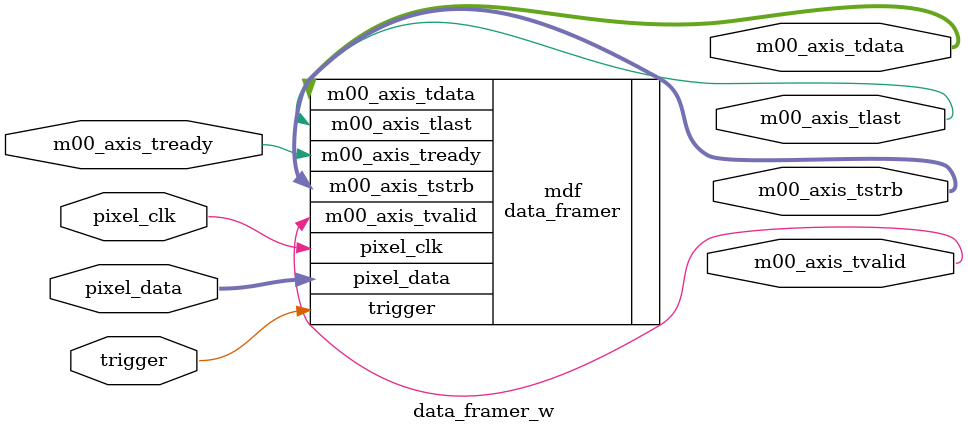
<source format=v>
module data_framer_w #
	(
		parameter integer C_M00_AXIS_TDATA_WIDTH	= 32
	)
	(
        input wire pixel_clk, //driven by video pixel clock
        input wire [23:0] pixel_data, //24 bit true color video data
        input wire trigger,
 
		// Ports of Axi Master Bus Interface M00_AXIS
		input wire  m00_axis_tready,
		output wire  m00_axis_tvalid, m00_axis_tlast,
		output wire [C_M00_AXIS_TDATA_WIDTH-1 : 0] m00_axis_tdata,
		output wire [(C_M00_AXIS_TDATA_WIDTH/8)-1: 0] m00_axis_tstrb
	);
 
    data_framer mdf
    (   .pixel_clk(pixel_clk),
        .pixel_data(pixel_data),
        .trigger(trigger),
        .m00_axis_tready(m00_axis_tready),
        .m00_axis_tvalid(m00_axis_tvalid),
        .m00_axis_tlast(m00_axis_tlast),
        .m00_axis_tdata(m00_axis_tdata),
        .m00_axis_tstrb(m00_axis_tstrb)
    );
endmodule
</source>
